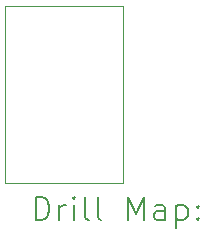
<source format=gbr>
%TF.GenerationSoftware,KiCad,Pcbnew,8.0.7-8.0.7-0~ubuntu24.04.1*%
%TF.CreationDate,2024-12-31T11:09:28-07:00*%
%TF.ProjectId,Sensor Board,53656e73-6f72-4204-926f-6172642e6b69,rev?*%
%TF.SameCoordinates,Original*%
%TF.FileFunction,Drillmap*%
%TF.FilePolarity,Positive*%
%FSLAX45Y45*%
G04 Gerber Fmt 4.5, Leading zero omitted, Abs format (unit mm)*
G04 Created by KiCad (PCBNEW 8.0.7-8.0.7-0~ubuntu24.04.1) date 2024-12-31 11:09:28*
%MOMM*%
%LPD*%
G01*
G04 APERTURE LIST*
%ADD10C,0.050000*%
%ADD11C,0.200000*%
G04 APERTURE END LIST*
D10*
X13950000Y-9480000D02*
X14950000Y-9480000D01*
X14950000Y-10980000D01*
X13950000Y-10980000D01*
X13950000Y-9480000D01*
D11*
X14208277Y-11293984D02*
X14208277Y-11093984D01*
X14208277Y-11093984D02*
X14255896Y-11093984D01*
X14255896Y-11093984D02*
X14284467Y-11103508D01*
X14284467Y-11103508D02*
X14303515Y-11122555D01*
X14303515Y-11122555D02*
X14313039Y-11141603D01*
X14313039Y-11141603D02*
X14322562Y-11179698D01*
X14322562Y-11179698D02*
X14322562Y-11208269D01*
X14322562Y-11208269D02*
X14313039Y-11246365D01*
X14313039Y-11246365D02*
X14303515Y-11265412D01*
X14303515Y-11265412D02*
X14284467Y-11284460D01*
X14284467Y-11284460D02*
X14255896Y-11293984D01*
X14255896Y-11293984D02*
X14208277Y-11293984D01*
X14408277Y-11293984D02*
X14408277Y-11160650D01*
X14408277Y-11198746D02*
X14417801Y-11179698D01*
X14417801Y-11179698D02*
X14427324Y-11170174D01*
X14427324Y-11170174D02*
X14446372Y-11160650D01*
X14446372Y-11160650D02*
X14465420Y-11160650D01*
X14532086Y-11293984D02*
X14532086Y-11160650D01*
X14532086Y-11093984D02*
X14522562Y-11103508D01*
X14522562Y-11103508D02*
X14532086Y-11113031D01*
X14532086Y-11113031D02*
X14541610Y-11103508D01*
X14541610Y-11103508D02*
X14532086Y-11093984D01*
X14532086Y-11093984D02*
X14532086Y-11113031D01*
X14655896Y-11293984D02*
X14636848Y-11284460D01*
X14636848Y-11284460D02*
X14627324Y-11265412D01*
X14627324Y-11265412D02*
X14627324Y-11093984D01*
X14760658Y-11293984D02*
X14741610Y-11284460D01*
X14741610Y-11284460D02*
X14732086Y-11265412D01*
X14732086Y-11265412D02*
X14732086Y-11093984D01*
X14989229Y-11293984D02*
X14989229Y-11093984D01*
X14989229Y-11093984D02*
X15055896Y-11236841D01*
X15055896Y-11236841D02*
X15122562Y-11093984D01*
X15122562Y-11093984D02*
X15122562Y-11293984D01*
X15303515Y-11293984D02*
X15303515Y-11189222D01*
X15303515Y-11189222D02*
X15293991Y-11170174D01*
X15293991Y-11170174D02*
X15274943Y-11160650D01*
X15274943Y-11160650D02*
X15236848Y-11160650D01*
X15236848Y-11160650D02*
X15217801Y-11170174D01*
X15303515Y-11284460D02*
X15284467Y-11293984D01*
X15284467Y-11293984D02*
X15236848Y-11293984D01*
X15236848Y-11293984D02*
X15217801Y-11284460D01*
X15217801Y-11284460D02*
X15208277Y-11265412D01*
X15208277Y-11265412D02*
X15208277Y-11246365D01*
X15208277Y-11246365D02*
X15217801Y-11227317D01*
X15217801Y-11227317D02*
X15236848Y-11217793D01*
X15236848Y-11217793D02*
X15284467Y-11217793D01*
X15284467Y-11217793D02*
X15303515Y-11208269D01*
X15398753Y-11160650D02*
X15398753Y-11360650D01*
X15398753Y-11170174D02*
X15417801Y-11160650D01*
X15417801Y-11160650D02*
X15455896Y-11160650D01*
X15455896Y-11160650D02*
X15474943Y-11170174D01*
X15474943Y-11170174D02*
X15484467Y-11179698D01*
X15484467Y-11179698D02*
X15493991Y-11198746D01*
X15493991Y-11198746D02*
X15493991Y-11255888D01*
X15493991Y-11255888D02*
X15484467Y-11274936D01*
X15484467Y-11274936D02*
X15474943Y-11284460D01*
X15474943Y-11284460D02*
X15455896Y-11293984D01*
X15455896Y-11293984D02*
X15417801Y-11293984D01*
X15417801Y-11293984D02*
X15398753Y-11284460D01*
X15579705Y-11274936D02*
X15589229Y-11284460D01*
X15589229Y-11284460D02*
X15579705Y-11293984D01*
X15579705Y-11293984D02*
X15570182Y-11284460D01*
X15570182Y-11284460D02*
X15579705Y-11274936D01*
X15579705Y-11274936D02*
X15579705Y-11293984D01*
X15579705Y-11170174D02*
X15589229Y-11179698D01*
X15589229Y-11179698D02*
X15579705Y-11189222D01*
X15579705Y-11189222D02*
X15570182Y-11179698D01*
X15570182Y-11179698D02*
X15579705Y-11170174D01*
X15579705Y-11170174D02*
X15579705Y-11189222D01*
M02*

</source>
